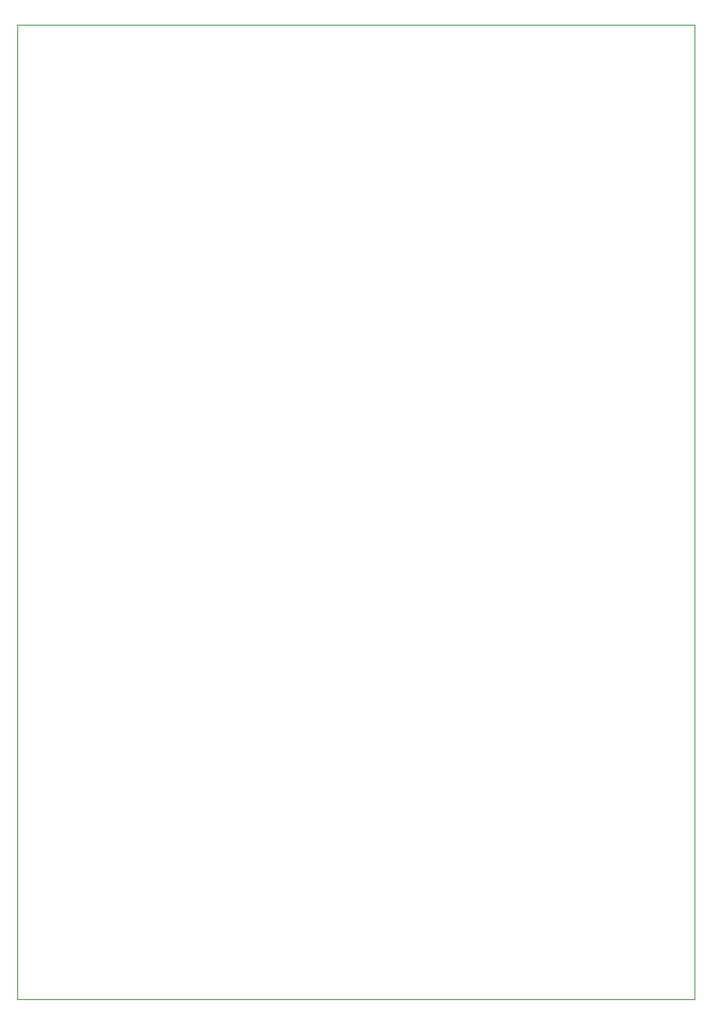
<source format=gbr>
%TF.GenerationSoftware,KiCad,Pcbnew,5.1.12-84ad8e8a86~92~ubuntu16.04.1*%
%TF.CreationDate,2022-03-26T09:40:31-03:00*%
%TF.ProjectId,BaseAurora,42617365-4175-4726-9f72-612e6b696361,rev?*%
%TF.SameCoordinates,Original*%
%TF.FileFunction,Profile,NP*%
%FSLAX46Y46*%
G04 Gerber Fmt 4.6, Leading zero omitted, Abs format (unit mm)*
G04 Created by KiCad (PCBNEW 5.1.12-84ad8e8a86~92~ubuntu16.04.1) date 2022-03-26 09:40:31*
%MOMM*%
%LPD*%
G01*
G04 APERTURE LIST*
%TA.AperFunction,Profile*%
%ADD10C,0.050000*%
%TD*%
G04 APERTURE END LIST*
D10*
X261000000Y-122250000D02*
X191500000Y-122250000D01*
X191500000Y-122250000D02*
X191500000Y-22250000D01*
X261000000Y-22250000D02*
X191500000Y-22250000D01*
X261000000Y-122250000D02*
X261000000Y-22250000D01*
M02*

</source>
